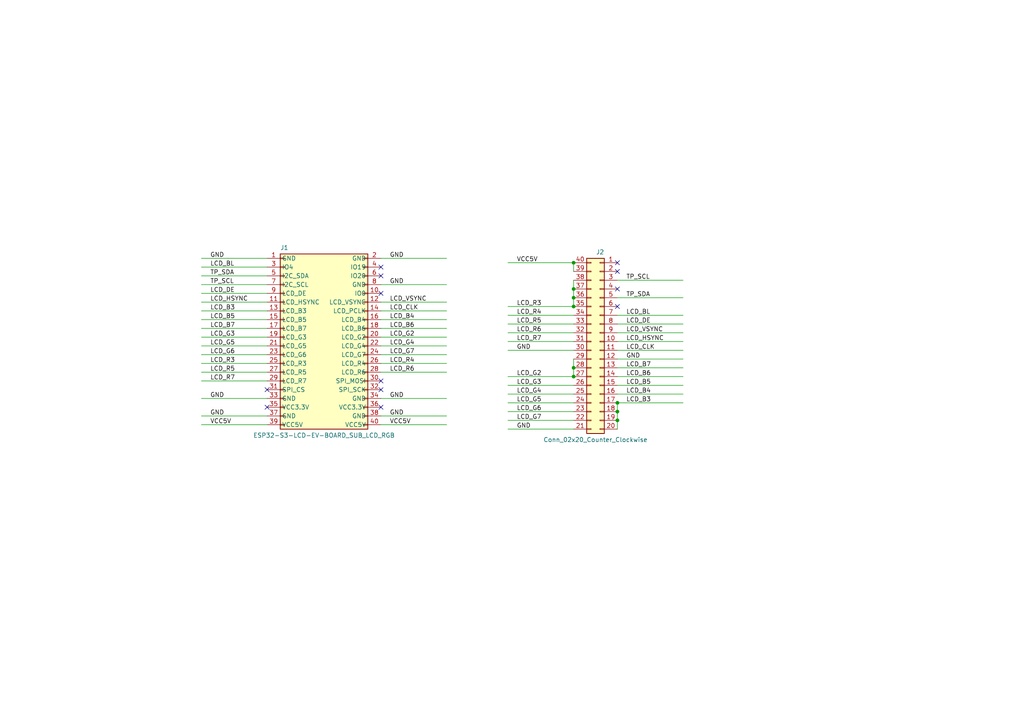
<source format=kicad_sch>
(kicad_sch (version 20211123) (generator eeschema)
  (paper "A4")
  (lib_symbols
    (symbol "Connector_Generic:Conn_02x20_Counter_Clockwise" (pin_names (offset 1.016) hide)
      (property "Reference" "J" (at 1.27 25.4 0))
      (property "Value" "Conn_02x20_Counter_Clockwise" (at 1.27 -27.94 0))
      (symbol "Conn_02x20_Counter_Clockwise_1_1"
        (rectangle (start -1.27 -25.273) (end 0 -25.527) (stroke (width 0.1524)))
        (rectangle (start -1.27 -22.733) (end 0 -22.987) (stroke (width 0.1524)))
        (rectangle (start -1.27 -20.193) (end 0 -20.447) (stroke (width 0.1524)))
        (rectangle (start -1.27 -17.653) (end 0 -17.907) (stroke (width 0.1524)))
        (rectangle (start -1.27 -15.113) (end 0 -15.367) (stroke (width 0.1524)))
        (rectangle (start -1.27 -12.573) (end 0 -12.827) (stroke (width 0.1524)))
        (rectangle (start -1.27 -10.033) (end 0 -10.287) (stroke (width 0.1524)))
        (rectangle (start -1.27 -7.493) (end 0 -7.747) (stroke (width 0.1524)))
        (rectangle (start -1.27 -4.953) (end 0 -5.207) (stroke (width 0.1524)))
        (rectangle (start -1.27 -2.413) (end 0 -2.667) (stroke (width 0.1524)))
        (rectangle (start -1.27 0.127) (end 0 -0.127) (stroke (width 0.1524)))
        (rectangle (start -1.27 2.667) (end 0 2.413) (stroke (width 0.1524)))
        (rectangle (start -1.27 5.207) (end 0 4.953) (stroke (width 0.1524)))
        (rectangle (start -1.27 7.747) (end 0 7.493) (stroke (width 0.1524)))
        (rectangle (start -1.27 10.287) (end 0 10.033) (stroke (width 0.1524)))
        (rectangle (start -1.27 12.827) (end 0 12.573) (stroke (width 0.1524)))
        (rectangle (start -1.27 15.367) (end 0 15.113) (stroke (width 0.1524)))
        (rectangle (start -1.27 17.907) (end 0 17.653) (stroke (width 0.1524)))
        (rectangle (start -1.27 20.447) (end 0 20.193) (stroke (width 0.1524)))
        (rectangle (start -1.27 22.987) (end 0 22.733) (stroke (width 0.1524)))
        (rectangle (start -1.27 24.13) (end 3.81 -26.67) (stroke (width 0.254)) (fill (type background)))
        (rectangle (start 3.81 -25.273) (end 2.54 -25.527) (stroke (width 0.1524)))
        (rectangle (start 3.81 -22.733) (end 2.54 -22.987) (stroke (width 0.1524)))
        (rectangle (start 3.81 -20.193) (end 2.54 -20.447) (stroke (width 0.1524)))
        (rectangle (start 3.81 -17.653) (end 2.54 -17.907) (stroke (width 0.1524)))
        (rectangle (start 3.81 -15.113) (end 2.54 -15.367) (stroke (width 0.1524)))
        (rectangle (start 3.81 -12.573) (end 2.54 -12.827) (stroke (width 0.1524)))
        (rectangle (start 3.81 -10.033) (end 2.54 -10.287) (stroke (width 0.1524)))
        (rectangle (start 3.81 -7.493) (end 2.54 -7.747) (stroke (width 0.1524)))
        (rectangle (start 3.81 -4.953) (end 2.54 -5.207) (stroke (width 0.1524)))
        (rectangle (start 3.81 -2.413) (end 2.54 -2.667) (stroke (width 0.1524)))
        (rectangle (start 3.81 0.127) (end 2.54 -0.127) (stroke (width 0.1524)))
        (rectangle (start 3.81 2.667) (end 2.54 2.413) (stroke (width 0.1524)))
        (rectangle (start 3.81 5.207) (end 2.54 4.953) (stroke (width 0.1524)))
        (rectangle (start 3.81 7.747) (end 2.54 7.493) (stroke (width 0.1524)))
        (rectangle (start 3.81 10.287) (end 2.54 10.033) (stroke (width 0.1524)))
        (rectangle (start 3.81 12.827) (end 2.54 12.573) (stroke (width 0.1524)))
        (rectangle (start 3.81 15.367) (end 2.54 15.113) (stroke (width 0.1524)))
        (rectangle (start 3.81 17.907) (end 2.54 17.653) (stroke (width 0.1524)))
        (rectangle (start 3.81 20.447) (end 2.54 20.193) (stroke (width 0.1524)))
        (rectangle (start 3.81 22.987) (end 2.54 22.733) (stroke (width 0.1524)))
        (pin passive line (at -5.08 22.86 0) (length 3.81) (name "Pin_1") (number "1"))
        (pin passive line (at -5.08 0 0) (length 3.81) (name "Pin_10") (number "10"))
        (pin passive line (at -5.08 -2.54 0) (length 3.81) (name "Pin_11") (number "11"))
        (pin passive line (at -5.08 -5.08 0) (length 3.81) (name "Pin_12") (number "12"))
        (pin passive line (at -5.08 -7.62 0) (length 3.81) (name "Pin_13") (number "13"))
        (pin passive line (at -5.08 -10.16 0) (length 3.81) (name "Pin_14") (number "14"))
        (pin passive line (at -5.08 -12.7 0) (length 3.81) (name "Pin_15") (number "15"))
        (pin passive line (at -5.08 -15.24 0) (length 3.81) (name "Pin_16") (number "16"))
        (pin passive line (at -5.08 -17.78 0) (length 3.81) (name "Pin_17") (number "17"))
        (pin passive line (at -5.08 -20.32 0) (length 3.81) (name "Pin_18") (number "18"))
        (pin passive line (at -5.08 -22.86 0) (length 3.81) (name "Pin_19") (number "19"))
        (pin passive line (at -5.08 20.32 0) (length 3.81) (name "Pin_2") (number "2"))
        (pin passive line (at -5.08 -25.4 0) (length 3.81) (name "Pin_20") (number "20"))
        (pin passive line (at 7.62 -25.4 180) (length 3.81) (name "Pin_21") (number "21"))
        (pin passive line (at 7.62 -22.86 180) (length 3.81) (name "Pin_22") (number "22"))
        (pin passive line (at 7.62 -20.32 180) (length 3.81) (name "Pin_23") (number "23"))
        (pin passive line (at 7.62 -17.78 180) (length 3.81) (name "Pin_24") (number "24"))
        (pin passive line (at 7.62 -15.24 180) (length 3.81) (name "Pin_25") (number "25"))
        (pin passive line (at 7.62 -12.7 180) (length 3.81) (name "Pin_26") (number "26"))
        (pin passive line (at 7.62 -10.16 180) (length 3.81) (name "Pin_27") (number "27"))
        (pin passive line (at 7.62 -7.62 180) (length 3.81) (name "Pin_28") (number "28"))
        (pin passive line (at 7.62 -5.08 180) (length 3.81) (name "Pin_29") (number "29"))
        (pin passive line (at -5.08 17.78 0) (length 3.81) (name "Pin_3") (number "3"))
        (pin passive line (at 7.62 -2.54 180) (length 3.81) (name "Pin_30") (number "30"))
        (pin passive line (at 7.62 0 180) (length 3.81) (name "Pin_31") (number "31"))
        (pin passive line (at 7.62 2.54 180) (length 3.81) (name "Pin_32") (number "32"))
        (pin passive line (at 7.62 5.08 180) (length 3.81) (name "Pin_33") (number "33"))
        (pin passive line (at 7.62 7.62 180) (length 3.81) (name "Pin_34") (number "34"))
        (pin passive line (at 7.62 10.16 180) (length 3.81) (name "Pin_35") (number "35"))
        (pin passive line (at 7.62 12.7 180) (length 3.81) (name "Pin_36") (number "36"))
        (pin passive line (at 7.62 15.24 180) (length 3.81) (name "Pin_37") (number "37"))
        (pin passive line (at 7.62 17.78 180) (length 3.81) (name "Pin_38") (number "38"))
        (pin passive line (at 7.62 20.32 180) (length 3.81) (name "Pin_39") (number "39"))
        (pin passive line (at -5.08 15.24 0) (length 3.81) (name "Pin_4") (number "4"))
        (pin passive line (at 7.62 22.86 180) (length 3.81) (name "Pin_40") (number "40"))
        (pin passive line (at -5.08 12.7 0) (length 3.81) (name "Pin_5") (number "5"))
        (pin passive line (at -5.08 10.16 0) (length 3.81) (name "Pin_6") (number "6"))
        (pin passive line (at -5.08 7.62 0) (length 3.81) (name "Pin_7") (number "7"))
        (pin passive line (at -5.08 5.08 0) (length 3.81) (name "Pin_8") (number "8"))
        (pin passive line (at -5.08 2.54 0) (length 3.81) (name "Pin_9") (number "9"))
      )
    )
    (symbol "Connector_Others:ESP32-S3-LCD-EV-BOARD_SUB_LCD_RGB"
      (property "Reference" "J" (at 0 1.27 0))
      (property "Value" "ESP32-S3-LCD-EV-BOARD_SUB_LCD_RGB" (at 15.24 -53.34 0))
      (symbol "ESP32-S3-LCD-EV-BOARD_SUB_LCD_RGB_1_1"
        (rectangle (start 0 -49.403) (end 1.27 -49.657) (stroke (width 0.1524)))
        (rectangle (start 0 -46.863) (end 1.27 -47.117) (stroke (width 0.1524)))
        (rectangle (start 0 -44.323) (end 1.27 -44.577) (stroke (width 0.1524)))
        (rectangle (start 0 -41.783) (end 1.27 -42.037) (stroke (width 0.1524)))
        (rectangle (start 0 -39.243) (end 1.27 -39.497) (stroke (width 0.1524)))
        (rectangle (start 0 -36.703) (end 1.27 -36.957) (stroke (width 0.1524)))
        (rectangle (start 0 -34.163) (end 1.27 -34.417) (stroke (width 0.1524)))
        (rectangle (start 0 -31.623) (end 1.27 -31.877) (stroke (width 0.1524)))
        (rectangle (start 0 -29.083) (end 1.27 -29.337) (stroke (width 0.1524)))
        (rectangle (start 0 -26.543) (end 1.27 -26.797) (stroke (width 0.1524)))
        (rectangle (start 0 -24.003) (end 1.27 -24.257) (stroke (width 0.1524)))
        (rectangle (start 0 -21.463) (end 1.27 -21.717) (stroke (width 0.1524)))
        (rectangle (start 0 -18.923) (end 1.27 -19.177) (stroke (width 0.1524)))
        (rectangle (start 0 -16.383) (end 1.27 -16.637) (stroke (width 0.1524)))
        (rectangle (start 0 -13.843) (end 1.27 -14.097) (stroke (width 0.1524)))
        (rectangle (start 0 -11.303) (end 1.27 -11.557) (stroke (width 0.1524)))
        (rectangle (start 0 -8.763) (end 1.27 -9.017) (stroke (width 0.1524)))
        (rectangle (start 0 -6.223) (end 1.27 -6.477) (stroke (width 0.1524)))
        (rectangle (start 0 -3.683) (end 1.27 -3.937) (stroke (width 0.1524)))
        (rectangle (start 0 -1.143) (end 1.27 -1.397) (stroke (width 0.1524)))
        (rectangle (start 0 0) (end 25.4 -50.8) (stroke (width 0.254)) (fill (type background)))
        (rectangle (start 25.4 -49.403) (end 24.13 -49.657) (stroke (width 0.1524)))
        (rectangle (start 25.4 -46.863) (end 24.13 -47.117) (stroke (width 0.1524)))
        (rectangle (start 25.4 -44.323) (end 24.13 -44.577) (stroke (width 0.1524)))
        (rectangle (start 25.4 -41.783) (end 24.13 -42.037) (stroke (width 0.1524)))
        (rectangle (start 25.4 -39.243) (end 24.13 -39.497) (stroke (width 0.1524)))
        (rectangle (start 25.4 -36.703) (end 24.13 -36.957) (stroke (width 0.1524)))
        (rectangle (start 25.4 -34.163) (end 24.13 -34.417) (stroke (width 0.1524)))
        (rectangle (start 25.4 -31.623) (end 24.13 -31.877) (stroke (width 0.1524)))
        (rectangle (start 25.4 -29.083) (end 24.13 -29.337) (stroke (width 0.1524)))
        (rectangle (start 25.4 -26.543) (end 24.13 -26.797) (stroke (width 0.1524)))
        (rectangle (start 25.4 -24.003) (end 24.13 -24.257) (stroke (width 0.1524)))
        (rectangle (start 25.4 -21.463) (end 24.13 -21.717) (stroke (width 0.1524)))
        (rectangle (start 25.4 -18.923) (end 24.13 -19.177) (stroke (width 0.1524)))
        (rectangle (start 25.4 -16.383) (end 24.13 -16.637) (stroke (width 0.1524)))
        (rectangle (start 25.4 -13.843) (end 24.13 -14.097) (stroke (width 0.1524)))
        (rectangle (start 25.4 -11.303) (end 24.13 -11.557) (stroke (width 0.1524)))
        (rectangle (start 25.4 -8.763) (end 24.13 -9.017) (stroke (width 0.1524)))
        (rectangle (start 25.4 -6.223) (end 24.13 -6.477) (stroke (width 0.1524)))
        (rectangle (start 25.4 -3.683) (end 24.13 -3.937) (stroke (width 0.1524)))
        (rectangle (start 25.4 -1.143) (end 24.13 -1.397) (stroke (width 0.1524)))
        (pin passive line (at -3.81 -1.27 0) (length 3.81) (name "GND") (number "1"))
        (pin passive line (at 29.21 -11.43 180) (length 3.81) (name "IO0") (number "10"))
        (pin passive line (at -3.81 -13.97 0) (length 3.81) (name "LCD_HSYNC") (number "11"))
        (pin passive line (at 29.21 -13.97 180) (length 3.81) (name "LCD_VSYNC") (number "12"))
        (pin passive line (at -3.81 -16.51 0) (length 3.81) (name "LCD_B3") (number "13"))
        (pin passive line (at 29.21 -16.51 180) (length 3.81) (name "LCD_PCLK") (number "14"))
        (pin passive line (at -3.81 -19.05 0) (length 3.81) (name "LCD_B5") (number "15"))
        (pin passive line (at 29.21 -19.05 180) (length 3.81) (name "LCD_B4") (number "16"))
        (pin passive line (at -3.81 -21.59 0) (length 3.81) (name "LCD_B7") (number "17"))
        (pin passive line (at 29.21 -21.59 180) (length 3.81) (name "LCD_B6") (number "18"))
        (pin passive line (at -3.81 -24.13 0) (length 3.81) (name "LCD_G3") (number "19"))
        (pin passive line (at 29.21 -1.27 180) (length 3.81) (name "GND") (number "2"))
        (pin passive line (at 29.21 -24.13 180) (length 3.81) (name "LCD_G2") (number "20"))
        (pin passive line (at -3.81 -26.67 0) (length 3.81) (name "LCD_G5") (number "21"))
        (pin passive line (at 29.21 -26.67 180) (length 3.81) (name "LCD_G4") (number "22"))
        (pin passive line (at -3.81 -29.21 0) (length 3.81) (name "LCD_G6") (number "23"))
        (pin passive line (at 29.21 -29.21 180) (length 3.81) (name "LCD_G7") (number "24"))
        (pin passive line (at -3.81 -31.75 0) (length 3.81) (name "LCD_R3") (number "25"))
        (pin passive line (at 29.21 -31.75 180) (length 3.81) (name "LCD_R4") (number "26"))
        (pin passive line (at -3.81 -34.29 0) (length 3.81) (name "LCD_R5") (number "27"))
        (pin passive line (at 29.21 -34.29 180) (length 3.81) (name "LCD_R6") (number "28"))
        (pin passive line (at -3.81 -36.83 0) (length 3.81) (name "LCD_R7") (number "29"))
        (pin passive line (at -3.81 -3.81 0) (length 3.81) (name "IO4") (number "3"))
        (pin passive line (at 29.21 -36.83 180) (length 3.81) (name "SPI_MOSI") (number "30"))
        (pin passive line (at -3.81 -39.37 0) (length 3.81) (name "SPI_CS") (number "31"))
        (pin passive line (at 29.21 -39.37 180) (length 3.81) (name "SPI_SCK") (number "32"))
        (pin passive line (at -3.81 -41.91 0) (length 3.81) (name "GND") (number "33"))
        (pin passive line (at 29.21 -41.91 180) (length 3.81) (name "GND") (number "34"))
        (pin passive line (at -3.81 -44.45 0) (length 3.81) (name "VCC3.3V") (number "35"))
        (pin passive line (at 29.21 -44.45 180) (length 3.81) (name "VCC3.3V") (number "36"))
        (pin passive line (at -3.81 -46.99 0) (length 3.81) (name "GND") (number "37"))
        (pin passive line (at 29.21 -46.99 180) (length 3.81) (name "GND") (number "38"))
        (pin passive line (at -3.81 -49.53 0) (length 3.81) (name "VCC5V") (number "39"))
        (pin passive line (at 29.21 -3.81 180) (length 3.81) (name "IO19") (number "4"))
        (pin passive line (at 29.21 -49.53 180) (length 3.81) (name "VCC5V") (number "40"))
        (pin passive line (at -3.81 -6.35 0) (length 3.81) (name "I2C_SDA") (number "5"))
        (pin passive line (at 29.21 -6.35 180) (length 3.81) (name "IO20") (number "6"))
        (pin passive line (at -3.81 -8.89 0) (length 3.81) (name "I2C_SCL") (number "7"))
        (pin passive line (at 29.21 -8.89 180) (length 3.81) (name "GND") (number "8"))
        (pin passive line (at -3.81 -11.43 0) (length 3.81) (name "LCD_DE") (number "9"))
      )
    )
  )
  (junction (at 166.37 83.82))
  (junction (at 179.07 116.84))
  (junction (at 166.37 88.9))
  (junction (at 179.07 119.38))
  (junction (at 166.37 86.36))
  (junction (at 179.07 121.92))
  (junction (at 166.37 106.68))
  (junction (at 166.37 109.22))
  (junction (at 166.37 76.2))
  (no_connect (at 110.49 110.49))
  (no_connect (at 179.07 88.9))
  (no_connect (at 77.47 118.11))
  (no_connect (at 179.07 76.2))
  (no_connect (at 110.49 80.01))
  (no_connect (at 110.49 118.11))
  (no_connect (at 179.07 78.74))
  (no_connect (at 110.49 85.09))
  (no_connect (at 110.49 77.47))
  (no_connect (at 110.49 113.03))
  (no_connect (at 77.47 113.03))
  (no_connect (at 179.07 83.82))
  (wire (pts (xy 147.32 93.98) (xy 166.37 93.98)))
  (wire (pts (xy 58.42 85.09) (xy 77.47 85.09)))
  (wire (pts (xy 110.49 105.41) (xy 129.54 105.41)))
  (wire (pts (xy 58.42 95.25) (xy 77.47 95.25)))
  (wire (pts (xy 147.32 96.52) (xy 166.37 96.52)))
  (wire (pts (xy 179.07 111.76) (xy 198.12 111.76)))
  (wire (pts (xy 58.42 115.57) (xy 77.47 115.57)))
  (wire (pts (xy 58.42 107.95) (xy 77.47 107.95)))
  (wire (pts (xy 58.42 77.47) (xy 77.47 77.47)))
  (wire (pts (xy 58.42 123.19) (xy 77.47 123.19)))
  (wire (pts (xy 166.37 104.14) (xy 166.37 106.68)))
  (wire (pts (xy 166.37 86.36) (xy 166.37 88.9)))
  (wire (pts (xy 58.42 102.87) (xy 77.47 102.87)))
  (wire (pts (xy 179.07 119.38) (xy 179.07 121.92)))
  (wire (pts (xy 166.37 81.28) (xy 166.37 83.82)))
  (wire (pts (xy 147.32 111.76) (xy 166.37 111.76)))
  (wire (pts (xy 110.49 115.57) (xy 129.54 115.57)))
  (wire (pts (xy 110.49 100.33) (xy 129.54 100.33)))
  (wire (pts (xy 110.49 95.25) (xy 129.54 95.25)))
  (wire (pts (xy 58.42 105.41) (xy 77.47 105.41)))
  (wire (pts (xy 179.07 81.28) (xy 198.12 81.28)))
  (wire (pts (xy 179.07 106.68) (xy 198.12 106.68)))
  (wire (pts (xy 179.07 121.92) (xy 179.07 124.46)))
  (wire (pts (xy 58.42 90.17) (xy 77.47 90.17)))
  (wire (pts (xy 110.49 92.71) (xy 129.54 92.71)))
  (wire (pts (xy 58.42 97.79) (xy 77.47 97.79)))
  (wire (pts (xy 110.49 120.65) (xy 129.54 120.65)))
  (wire (pts (xy 147.32 124.46) (xy 166.37 124.46)))
  (wire (pts (xy 179.07 93.98) (xy 198.12 93.98)))
  (wire (pts (xy 110.49 74.93) (xy 129.54 74.93)))
  (wire (pts (xy 110.49 82.55) (xy 129.54 82.55)))
  (wire (pts (xy 179.07 96.52) (xy 198.12 96.52)))
  (wire (pts (xy 58.42 120.65) (xy 77.47 120.65)))
  (wire (pts (xy 179.07 116.84) (xy 179.07 119.38)))
  (wire (pts (xy 58.42 100.33) (xy 77.47 100.33)))
  (wire (pts (xy 179.07 91.44) (xy 198.12 91.44)))
  (wire (pts (xy 179.07 114.3) (xy 198.12 114.3)))
  (wire (pts (xy 179.07 101.6) (xy 198.12 101.6)))
  (wire (pts (xy 58.42 92.71) (xy 77.47 92.71)))
  (wire (pts (xy 147.32 116.84) (xy 166.37 116.84)))
  (wire (pts (xy 179.07 109.22) (xy 198.12 109.22)))
  (wire (pts (xy 179.07 104.14) (xy 198.12 104.14)))
  (wire (pts (xy 58.42 74.93) (xy 77.47 74.93)))
  (wire (pts (xy 147.32 119.38) (xy 166.37 119.38)))
  (wire (pts (xy 110.49 102.87) (xy 129.54 102.87)))
  (wire (pts (xy 179.07 86.36) (xy 198.12 86.36)))
  (wire (pts (xy 110.49 90.17) (xy 129.54 90.17)))
  (wire (pts (xy 166.37 106.68) (xy 166.37 109.22)))
  (wire (pts (xy 58.42 82.55) (xy 77.47 82.55)))
  (wire (pts (xy 147.32 101.6) (xy 166.37 101.6)))
  (wire (pts (xy 58.42 110.49) (xy 77.47 110.49)))
  (wire (pts (xy 147.32 114.3) (xy 166.37 114.3)))
  (wire (pts (xy 110.49 87.63) (xy 129.54 87.63)))
  (wire (pts (xy 179.07 99.06) (xy 198.12 99.06)))
  (wire (pts (xy 147.32 76.2) (xy 166.37 76.2)))
  (wire (pts (xy 179.07 116.84) (xy 198.12 116.84)))
  (wire (pts (xy 110.49 123.19) (xy 129.54 123.19)))
  (wire (pts (xy 166.37 76.2) (xy 166.37 78.74)))
  (wire (pts (xy 147.32 99.06) (xy 166.37 99.06)))
  (wire (pts (xy 147.32 88.9) (xy 166.37 88.9)))
  (wire (pts (xy 147.32 109.22) (xy 166.37 109.22)))
  (wire (pts (xy 147.32 91.44) (xy 166.37 91.44)))
  (wire (pts (xy 110.49 97.79) (xy 129.54 97.79)))
  (wire (pts (xy 166.37 83.82) (xy 166.37 86.36)))
  (wire (pts (xy 147.32 121.92) (xy 166.37 121.92)))
  (wire (pts (xy 58.42 80.01) (xy 77.47 80.01)))
  (wire (pts (xy 58.42 87.63) (xy 77.47 87.63)))
  (wire (pts (xy 110.49 107.95) (xy 129.54 107.95)))
  (label "LCD_B7" (at 60.96 95.25 0))
  (label "VCC5V" (at 113.03 123.19 0))
  (label "GND" (at 181.61 104.14 0))
  (label "LCD_R5" (at 149.86 93.98 0))
  (label "LCD_R6" (at 149.86 96.52 0))
  (label "LCD_R4" (at 113.03 105.41 0))
  (label "LCD_G5" (at 60.96 100.33 0))
  (label "VCC5V" (at 149.86 76.2 0))
  (label "LCD_G4" (at 113.03 100.33 0))
  (label "LCD_VSYNC" (at 181.61 96.52 0))
  (label "LCD_B6" (at 113.03 95.25 0))
  (label "LCD_B3" (at 60.96 90.17 0))
  (label "VCC5V" (at 60.96 123.19 0))
  (label "LCD_BL" (at 60.96 77.47 0))
  (label "LCD_B6" (at 181.61 109.22 0))
  (label "LCD_G6" (at 60.96 102.87 0))
  (label "GND" (at 60.96 115.57 0))
  (label "GND" (at 113.03 74.93 0))
  (label "LCD_B4" (at 181.61 114.3 0))
  (label "LCD_G7" (at 113.03 102.87 0))
  (label "LCD_B3" (at 181.61 116.84 0))
  (label "LCD_CLK" (at 181.61 101.6 0))
  (label "LCD_DE" (at 60.96 85.09 0))
  (label "GND" (at 60.96 120.65 0))
  (label "LCD_B4" (at 113.03 92.71 0))
  (label "LCD_R3" (at 149.86 88.9 0))
  (label "LCD_B5" (at 181.61 111.76 0))
  (label "LCD_R4" (at 149.86 91.44 0))
  (label "GND" (at 149.86 101.6 0))
  (label "TP_SDA" (at 181.61 86.36 0))
  (label "LCD_BL" (at 181.61 91.44 0))
  (label "LCD_G4" (at 149.86 114.3 0))
  (label "LCD_G2" (at 113.03 97.79 0))
  (label "GND" (at 60.96 74.93 0))
  (label "LCD_G7" (at 149.86 121.92 0))
  (label "GND" (at 149.86 124.46 0))
  (label "LCD_B5" (at 60.96 92.71 0))
  (label "LCD_HSYNC" (at 181.61 99.06 0))
  (label "LCD_G3" (at 149.86 111.76 0))
  (label "LCD_R6" (at 113.03 107.95 0))
  (label "GND" (at 113.03 82.55 0))
  (label "LCD_R5" (at 60.96 107.95 0))
  (label "LCD_R3" (at 60.96 105.41 0))
  (label "LCD_VSYNC" (at 113.03 87.63 0))
  (label "LCD_G5" (at 149.86 116.84 0))
  (label "LCD_CLK" (at 113.03 90.17 0))
  (label "TP_SDA" (at 60.96 80.01 0))
  (label "GND" (at 113.03 120.65 0))
  (label "LCD_HSYNC" (at 60.96 87.63 0))
  (label "LCD_DE" (at 181.61 93.98 0))
  (label "GND" (at 113.03 115.57 0))
  (label "LCD_G2" (at 149.86 109.22 0))
  (label "LCD_R7" (at 60.96 110.49 0))
  (label "LCD_B7" (at 181.61 106.68 0))
  (label "LCD_G6" (at 149.86 119.38 0))
  (label "LCD_G3" (at 60.96 97.79 0))
  (label "TP_SCL" (at 60.96 82.55 0))
  (label "LCD_R7" (at 149.86 99.06 0))
  (label "TP_SCL" (at 181.61 81.28 0))
  (symbol (lib_id "Connector_Others:ESP32-S3-LCD-EV-BOARD_SUB_LCD_RGB") (at 81.28 73.66 0) (unit 1)
    (property "Reference" "J1" (at 81.28 71.12 0) (effects (justify left top)))
    (property "Value" "ESP32-S3-LCD-EV-BOARD_SUB_LCD_RGB" (at 93.98 127 0) (effects (justify bottom)))
    (property "Footprint" "Connector_PinSocket_2.54mm:PinSocket_2x20_P2.54mm_Vertical" (effects hide))
  )
  (symbol (lib_id "Connector_Generic:Conn_02x20_Counter_Clockwise") (at 173.99 99.06 0) (mirror y) (unit 1)
    (property "Reference" "J2" (at 175.26 72.39 0) (effects (justify left top)))
    (property "Value" "Conn_02x20_Counter_Clockwise" (at 172.72 128.27 0) (effects (justify bottom)))
    (property "Footprint" "Connector_FFC-FPC:Hirose_FH12-40S-0.5SH_1x40-1MP_P0.50mm_Horizontal" (effects hide))
  )
)
</source>
